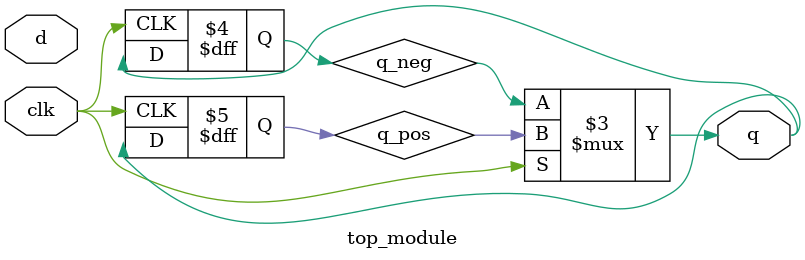
<source format=sv>
`timescale 1ns/1ps

module top_module (
    input clk,
    input d,
    output q);

  reg q_pos,q_neg;

  always @(posedge clk) q_pos <= q;
  always @(negedge clk) q_neg <= q;

  assign q = (clk)? q_pos:q_neg;

endmodule


</source>
